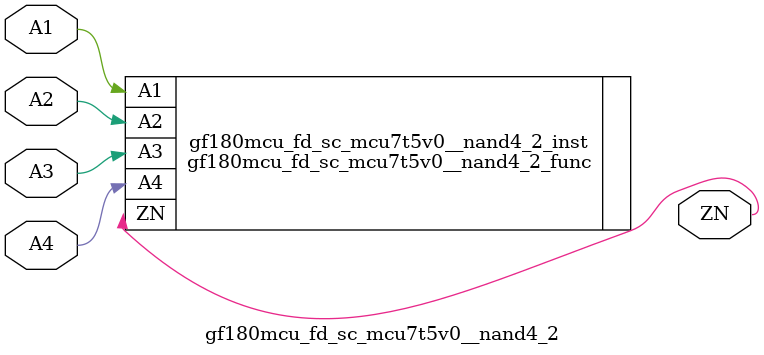
<source format=v>

module gf180mcu_fd_sc_mcu7t5v0__nand4_2( ZN, A3, A1, A4, A2 );
input A1, A2, A3, A4;
output ZN;

   `ifdef FUNCTIONAL  //  functional //

	gf180mcu_fd_sc_mcu7t5v0__nand4_2_func gf180mcu_fd_sc_mcu7t5v0__nand4_2_behav_inst(.ZN(ZN),.A3(A3),.A1(A1),.A4(A4),.A2(A2));

   `else

	gf180mcu_fd_sc_mcu7t5v0__nand4_2_func gf180mcu_fd_sc_mcu7t5v0__nand4_2_inst(.ZN(ZN),.A3(A3),.A1(A1),.A4(A4),.A2(A2));

	// spec_gates_begin


	// spec_gates_end



   specify

	// specify_block_begin

	// comb arc A1 --> ZN
	 (A1 => ZN) = (1.0,1.0);

	// comb arc A2 --> ZN
	 (A2 => ZN) = (1.0,1.0);

	// comb arc A3 --> ZN
	 (A3 => ZN) = (1.0,1.0);

	// comb arc A4 --> ZN
	 (A4 => ZN) = (1.0,1.0);

	// specify_block_end

   endspecify

   `endif

endmodule

</source>
